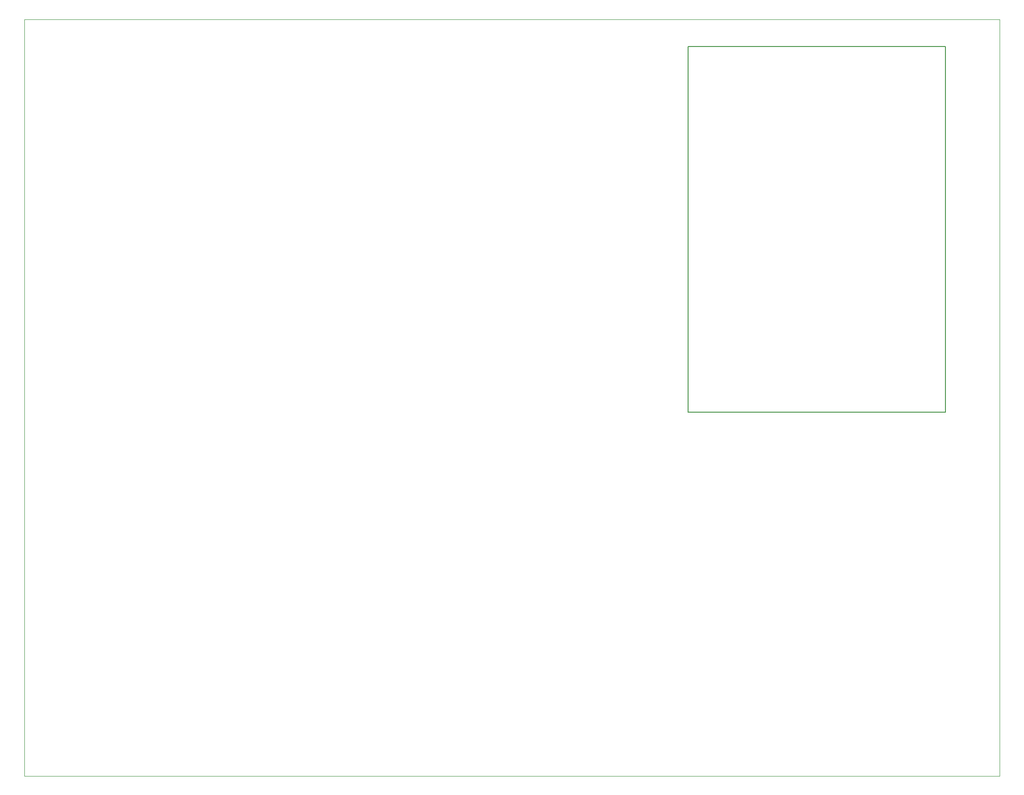
<source format=gko>
G04 Layer: BoardOutlineLayer*
G04 EasyEDA v6.5.39, 2024-01-11 07:40:14*
G04 9edf1a2602c54001b246f953eeb137ca,24315905b9734375b2ccc5c6aeea7757,10*
G04 Gerber Generator version 0.2*
G04 Scale: 100 percent, Rotated: No, Reflected: No *
G04 Dimensions in inches *
G04 leading zeros omitted , absolute positions ,3 integer and 6 decimal *
%FSLAX36Y36*%
%MOIN*%

%ADD10C,0.0020*%
%ADD11C,0.0050*%
D10*
X0Y2950000D02*
G01*
X0Y5587500D01*
X7200000Y5587500D01*
X0Y0D02*
G01*
X0Y2950000D01*
X7200000Y0D02*
G01*
X0Y0D01*
X7200000Y5586999D02*
G01*
X7200000Y0D01*
D11*
X4900000Y5387500D02*
G01*
X6800000Y5387500D01*
X6800000Y2687500D01*
X4900000Y2687500D01*
X4900000Y5387500D01*

%LPD*%
M02*

</source>
